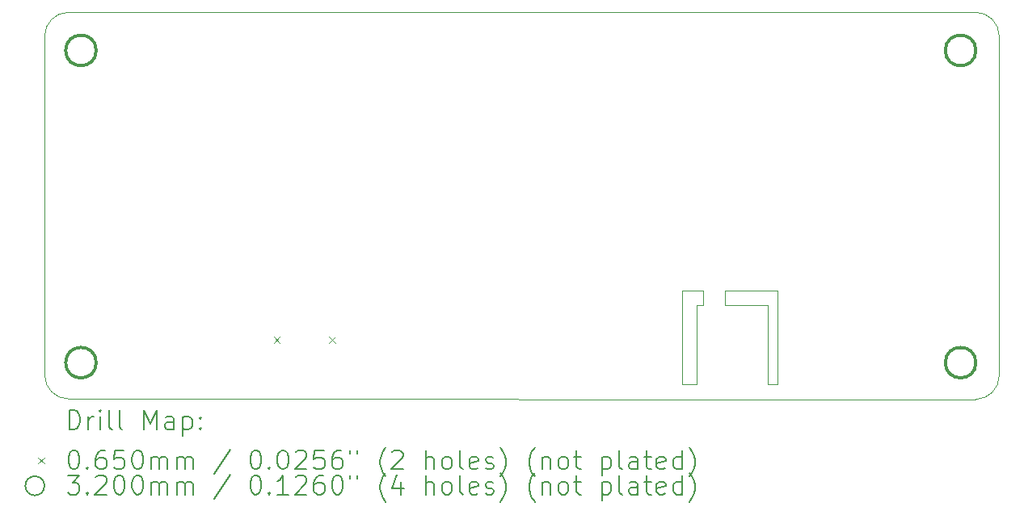
<source format=gbr>
%TF.GenerationSoftware,KiCad,Pcbnew,8.0.5*%
%TF.CreationDate,2024-11-13T12:29:47-06:00*%
%TF.ProjectId,APG_Sensor_Test_Board,4150475f-5365-46e7-936f-725f54657374,rev?*%
%TF.SameCoordinates,Original*%
%TF.FileFunction,Drillmap*%
%TF.FilePolarity,Positive*%
%FSLAX45Y45*%
G04 Gerber Fmt 4.5, Leading zero omitted, Abs format (unit mm)*
G04 Created by KiCad (PCBNEW 8.0.5) date 2024-11-13 12:29:47*
%MOMM*%
%LPD*%
G01*
G04 APERTURE LIST*
%ADD10C,0.050000*%
%ADD11C,0.200000*%
%ADD12C,0.100000*%
%ADD13C,0.320000*%
G04 APERTURE END LIST*
D10*
X9700000Y-5250000D02*
G75*
G02*
X9950000Y-5000000I250000J0D01*
G01*
X19700000Y-8810000D02*
X19700000Y-5250000D01*
X9950000Y-9055000D02*
G75*
G02*
X9700000Y-8805000I0J250000D01*
G01*
X19450000Y-5000000D02*
X9950000Y-5000000D01*
X9950000Y-9055000D02*
X19450000Y-9060000D01*
X19700000Y-8810000D02*
G75*
G02*
X19450000Y-9060000I-250000J0D01*
G01*
X16600000Y-8075000D02*
X16530000Y-8075000D01*
X16530000Y-8900000D01*
X16375000Y-8900000D01*
X16375000Y-7915000D01*
X16600000Y-7915000D01*
X16600000Y-8075000D01*
X19450000Y-5000000D02*
G75*
G02*
X19700000Y-5250000I0J-250000D01*
G01*
X9700000Y-8805000D02*
X9700000Y-5250000D01*
X17375000Y-8900000D02*
X17275000Y-8900000D01*
X17275000Y-8075000D01*
X16825000Y-8075000D01*
X16825000Y-7915000D01*
X17375000Y-7915000D01*
X17375000Y-8900000D01*
D11*
D12*
X12098500Y-8402000D02*
X12163500Y-8467000D01*
X12163500Y-8402000D02*
X12098500Y-8467000D01*
X12676500Y-8402000D02*
X12741500Y-8467000D01*
X12741500Y-8402000D02*
X12676500Y-8467000D01*
D13*
X10240000Y-5400000D02*
G75*
G02*
X9920000Y-5400000I-160000J0D01*
G01*
X9920000Y-5400000D02*
G75*
G02*
X10240000Y-5400000I160000J0D01*
G01*
X10240000Y-8675000D02*
G75*
G02*
X9920000Y-8675000I-160000J0D01*
G01*
X9920000Y-8675000D02*
G75*
G02*
X10240000Y-8675000I160000J0D01*
G01*
X19455000Y-5400000D02*
G75*
G02*
X19135000Y-5400000I-160000J0D01*
G01*
X19135000Y-5400000D02*
G75*
G02*
X19455000Y-5400000I160000J0D01*
G01*
X19455000Y-8675000D02*
G75*
G02*
X19135000Y-8675000I-160000J0D01*
G01*
X19135000Y-8675000D02*
G75*
G02*
X19455000Y-8675000I160000J0D01*
G01*
D11*
X9958277Y-9373984D02*
X9958277Y-9173984D01*
X9958277Y-9173984D02*
X10005896Y-9173984D01*
X10005896Y-9173984D02*
X10034467Y-9183508D01*
X10034467Y-9183508D02*
X10053515Y-9202555D01*
X10053515Y-9202555D02*
X10063039Y-9221603D01*
X10063039Y-9221603D02*
X10072563Y-9259698D01*
X10072563Y-9259698D02*
X10072563Y-9288270D01*
X10072563Y-9288270D02*
X10063039Y-9326365D01*
X10063039Y-9326365D02*
X10053515Y-9345412D01*
X10053515Y-9345412D02*
X10034467Y-9364460D01*
X10034467Y-9364460D02*
X10005896Y-9373984D01*
X10005896Y-9373984D02*
X9958277Y-9373984D01*
X10158277Y-9373984D02*
X10158277Y-9240650D01*
X10158277Y-9278746D02*
X10167801Y-9259698D01*
X10167801Y-9259698D02*
X10177324Y-9250174D01*
X10177324Y-9250174D02*
X10196372Y-9240650D01*
X10196372Y-9240650D02*
X10215420Y-9240650D01*
X10282086Y-9373984D02*
X10282086Y-9240650D01*
X10282086Y-9173984D02*
X10272563Y-9183508D01*
X10272563Y-9183508D02*
X10282086Y-9193031D01*
X10282086Y-9193031D02*
X10291610Y-9183508D01*
X10291610Y-9183508D02*
X10282086Y-9173984D01*
X10282086Y-9173984D02*
X10282086Y-9193031D01*
X10405896Y-9373984D02*
X10386848Y-9364460D01*
X10386848Y-9364460D02*
X10377324Y-9345412D01*
X10377324Y-9345412D02*
X10377324Y-9173984D01*
X10510658Y-9373984D02*
X10491610Y-9364460D01*
X10491610Y-9364460D02*
X10482086Y-9345412D01*
X10482086Y-9345412D02*
X10482086Y-9173984D01*
X10739229Y-9373984D02*
X10739229Y-9173984D01*
X10739229Y-9173984D02*
X10805896Y-9316841D01*
X10805896Y-9316841D02*
X10872563Y-9173984D01*
X10872563Y-9173984D02*
X10872563Y-9373984D01*
X11053515Y-9373984D02*
X11053515Y-9269222D01*
X11053515Y-9269222D02*
X11043991Y-9250174D01*
X11043991Y-9250174D02*
X11024944Y-9240650D01*
X11024944Y-9240650D02*
X10986848Y-9240650D01*
X10986848Y-9240650D02*
X10967801Y-9250174D01*
X11053515Y-9364460D02*
X11034467Y-9373984D01*
X11034467Y-9373984D02*
X10986848Y-9373984D01*
X10986848Y-9373984D02*
X10967801Y-9364460D01*
X10967801Y-9364460D02*
X10958277Y-9345412D01*
X10958277Y-9345412D02*
X10958277Y-9326365D01*
X10958277Y-9326365D02*
X10967801Y-9307317D01*
X10967801Y-9307317D02*
X10986848Y-9297793D01*
X10986848Y-9297793D02*
X11034467Y-9297793D01*
X11034467Y-9297793D02*
X11053515Y-9288270D01*
X11148753Y-9240650D02*
X11148753Y-9440650D01*
X11148753Y-9250174D02*
X11167801Y-9240650D01*
X11167801Y-9240650D02*
X11205896Y-9240650D01*
X11205896Y-9240650D02*
X11224943Y-9250174D01*
X11224943Y-9250174D02*
X11234467Y-9259698D01*
X11234467Y-9259698D02*
X11243991Y-9278746D01*
X11243991Y-9278746D02*
X11243991Y-9335889D01*
X11243991Y-9335889D02*
X11234467Y-9354936D01*
X11234467Y-9354936D02*
X11224943Y-9364460D01*
X11224943Y-9364460D02*
X11205896Y-9373984D01*
X11205896Y-9373984D02*
X11167801Y-9373984D01*
X11167801Y-9373984D02*
X11148753Y-9364460D01*
X11329705Y-9354936D02*
X11339229Y-9364460D01*
X11339229Y-9364460D02*
X11329705Y-9373984D01*
X11329705Y-9373984D02*
X11320182Y-9364460D01*
X11320182Y-9364460D02*
X11329705Y-9354936D01*
X11329705Y-9354936D02*
X11329705Y-9373984D01*
X11329705Y-9250174D02*
X11339229Y-9259698D01*
X11339229Y-9259698D02*
X11329705Y-9269222D01*
X11329705Y-9269222D02*
X11320182Y-9259698D01*
X11320182Y-9259698D02*
X11329705Y-9250174D01*
X11329705Y-9250174D02*
X11329705Y-9269222D01*
D12*
X9632500Y-9670000D02*
X9697500Y-9735000D01*
X9697500Y-9670000D02*
X9632500Y-9735000D01*
D11*
X9996372Y-9593984D02*
X10015420Y-9593984D01*
X10015420Y-9593984D02*
X10034467Y-9603508D01*
X10034467Y-9603508D02*
X10043991Y-9613031D01*
X10043991Y-9613031D02*
X10053515Y-9632079D01*
X10053515Y-9632079D02*
X10063039Y-9670174D01*
X10063039Y-9670174D02*
X10063039Y-9717793D01*
X10063039Y-9717793D02*
X10053515Y-9755889D01*
X10053515Y-9755889D02*
X10043991Y-9774936D01*
X10043991Y-9774936D02*
X10034467Y-9784460D01*
X10034467Y-9784460D02*
X10015420Y-9793984D01*
X10015420Y-9793984D02*
X9996372Y-9793984D01*
X9996372Y-9793984D02*
X9977324Y-9784460D01*
X9977324Y-9784460D02*
X9967801Y-9774936D01*
X9967801Y-9774936D02*
X9958277Y-9755889D01*
X9958277Y-9755889D02*
X9948753Y-9717793D01*
X9948753Y-9717793D02*
X9948753Y-9670174D01*
X9948753Y-9670174D02*
X9958277Y-9632079D01*
X9958277Y-9632079D02*
X9967801Y-9613031D01*
X9967801Y-9613031D02*
X9977324Y-9603508D01*
X9977324Y-9603508D02*
X9996372Y-9593984D01*
X10148753Y-9774936D02*
X10158277Y-9784460D01*
X10158277Y-9784460D02*
X10148753Y-9793984D01*
X10148753Y-9793984D02*
X10139229Y-9784460D01*
X10139229Y-9784460D02*
X10148753Y-9774936D01*
X10148753Y-9774936D02*
X10148753Y-9793984D01*
X10329705Y-9593984D02*
X10291610Y-9593984D01*
X10291610Y-9593984D02*
X10272563Y-9603508D01*
X10272563Y-9603508D02*
X10263039Y-9613031D01*
X10263039Y-9613031D02*
X10243991Y-9641603D01*
X10243991Y-9641603D02*
X10234467Y-9679698D01*
X10234467Y-9679698D02*
X10234467Y-9755889D01*
X10234467Y-9755889D02*
X10243991Y-9774936D01*
X10243991Y-9774936D02*
X10253515Y-9784460D01*
X10253515Y-9784460D02*
X10272563Y-9793984D01*
X10272563Y-9793984D02*
X10310658Y-9793984D01*
X10310658Y-9793984D02*
X10329705Y-9784460D01*
X10329705Y-9784460D02*
X10339229Y-9774936D01*
X10339229Y-9774936D02*
X10348753Y-9755889D01*
X10348753Y-9755889D02*
X10348753Y-9708270D01*
X10348753Y-9708270D02*
X10339229Y-9689222D01*
X10339229Y-9689222D02*
X10329705Y-9679698D01*
X10329705Y-9679698D02*
X10310658Y-9670174D01*
X10310658Y-9670174D02*
X10272563Y-9670174D01*
X10272563Y-9670174D02*
X10253515Y-9679698D01*
X10253515Y-9679698D02*
X10243991Y-9689222D01*
X10243991Y-9689222D02*
X10234467Y-9708270D01*
X10529705Y-9593984D02*
X10434467Y-9593984D01*
X10434467Y-9593984D02*
X10424944Y-9689222D01*
X10424944Y-9689222D02*
X10434467Y-9679698D01*
X10434467Y-9679698D02*
X10453515Y-9670174D01*
X10453515Y-9670174D02*
X10501134Y-9670174D01*
X10501134Y-9670174D02*
X10520182Y-9679698D01*
X10520182Y-9679698D02*
X10529705Y-9689222D01*
X10529705Y-9689222D02*
X10539229Y-9708270D01*
X10539229Y-9708270D02*
X10539229Y-9755889D01*
X10539229Y-9755889D02*
X10529705Y-9774936D01*
X10529705Y-9774936D02*
X10520182Y-9784460D01*
X10520182Y-9784460D02*
X10501134Y-9793984D01*
X10501134Y-9793984D02*
X10453515Y-9793984D01*
X10453515Y-9793984D02*
X10434467Y-9784460D01*
X10434467Y-9784460D02*
X10424944Y-9774936D01*
X10663039Y-9593984D02*
X10682086Y-9593984D01*
X10682086Y-9593984D02*
X10701134Y-9603508D01*
X10701134Y-9603508D02*
X10710658Y-9613031D01*
X10710658Y-9613031D02*
X10720182Y-9632079D01*
X10720182Y-9632079D02*
X10729705Y-9670174D01*
X10729705Y-9670174D02*
X10729705Y-9717793D01*
X10729705Y-9717793D02*
X10720182Y-9755889D01*
X10720182Y-9755889D02*
X10710658Y-9774936D01*
X10710658Y-9774936D02*
X10701134Y-9784460D01*
X10701134Y-9784460D02*
X10682086Y-9793984D01*
X10682086Y-9793984D02*
X10663039Y-9793984D01*
X10663039Y-9793984D02*
X10643991Y-9784460D01*
X10643991Y-9784460D02*
X10634467Y-9774936D01*
X10634467Y-9774936D02*
X10624944Y-9755889D01*
X10624944Y-9755889D02*
X10615420Y-9717793D01*
X10615420Y-9717793D02*
X10615420Y-9670174D01*
X10615420Y-9670174D02*
X10624944Y-9632079D01*
X10624944Y-9632079D02*
X10634467Y-9613031D01*
X10634467Y-9613031D02*
X10643991Y-9603508D01*
X10643991Y-9603508D02*
X10663039Y-9593984D01*
X10815420Y-9793984D02*
X10815420Y-9660650D01*
X10815420Y-9679698D02*
X10824944Y-9670174D01*
X10824944Y-9670174D02*
X10843991Y-9660650D01*
X10843991Y-9660650D02*
X10872563Y-9660650D01*
X10872563Y-9660650D02*
X10891610Y-9670174D01*
X10891610Y-9670174D02*
X10901134Y-9689222D01*
X10901134Y-9689222D02*
X10901134Y-9793984D01*
X10901134Y-9689222D02*
X10910658Y-9670174D01*
X10910658Y-9670174D02*
X10929705Y-9660650D01*
X10929705Y-9660650D02*
X10958277Y-9660650D01*
X10958277Y-9660650D02*
X10977325Y-9670174D01*
X10977325Y-9670174D02*
X10986848Y-9689222D01*
X10986848Y-9689222D02*
X10986848Y-9793984D01*
X11082086Y-9793984D02*
X11082086Y-9660650D01*
X11082086Y-9679698D02*
X11091610Y-9670174D01*
X11091610Y-9670174D02*
X11110658Y-9660650D01*
X11110658Y-9660650D02*
X11139229Y-9660650D01*
X11139229Y-9660650D02*
X11158277Y-9670174D01*
X11158277Y-9670174D02*
X11167801Y-9689222D01*
X11167801Y-9689222D02*
X11167801Y-9793984D01*
X11167801Y-9689222D02*
X11177325Y-9670174D01*
X11177325Y-9670174D02*
X11196372Y-9660650D01*
X11196372Y-9660650D02*
X11224943Y-9660650D01*
X11224943Y-9660650D02*
X11243991Y-9670174D01*
X11243991Y-9670174D02*
X11253515Y-9689222D01*
X11253515Y-9689222D02*
X11253515Y-9793984D01*
X11643991Y-9584460D02*
X11472563Y-9841603D01*
X11901134Y-9593984D02*
X11920182Y-9593984D01*
X11920182Y-9593984D02*
X11939229Y-9603508D01*
X11939229Y-9603508D02*
X11948753Y-9613031D01*
X11948753Y-9613031D02*
X11958277Y-9632079D01*
X11958277Y-9632079D02*
X11967801Y-9670174D01*
X11967801Y-9670174D02*
X11967801Y-9717793D01*
X11967801Y-9717793D02*
X11958277Y-9755889D01*
X11958277Y-9755889D02*
X11948753Y-9774936D01*
X11948753Y-9774936D02*
X11939229Y-9784460D01*
X11939229Y-9784460D02*
X11920182Y-9793984D01*
X11920182Y-9793984D02*
X11901134Y-9793984D01*
X11901134Y-9793984D02*
X11882086Y-9784460D01*
X11882086Y-9784460D02*
X11872563Y-9774936D01*
X11872563Y-9774936D02*
X11863039Y-9755889D01*
X11863039Y-9755889D02*
X11853515Y-9717793D01*
X11853515Y-9717793D02*
X11853515Y-9670174D01*
X11853515Y-9670174D02*
X11863039Y-9632079D01*
X11863039Y-9632079D02*
X11872563Y-9613031D01*
X11872563Y-9613031D02*
X11882086Y-9603508D01*
X11882086Y-9603508D02*
X11901134Y-9593984D01*
X12053515Y-9774936D02*
X12063039Y-9784460D01*
X12063039Y-9784460D02*
X12053515Y-9793984D01*
X12053515Y-9793984D02*
X12043991Y-9784460D01*
X12043991Y-9784460D02*
X12053515Y-9774936D01*
X12053515Y-9774936D02*
X12053515Y-9793984D01*
X12186848Y-9593984D02*
X12205896Y-9593984D01*
X12205896Y-9593984D02*
X12224944Y-9603508D01*
X12224944Y-9603508D02*
X12234467Y-9613031D01*
X12234467Y-9613031D02*
X12243991Y-9632079D01*
X12243991Y-9632079D02*
X12253515Y-9670174D01*
X12253515Y-9670174D02*
X12253515Y-9717793D01*
X12253515Y-9717793D02*
X12243991Y-9755889D01*
X12243991Y-9755889D02*
X12234467Y-9774936D01*
X12234467Y-9774936D02*
X12224944Y-9784460D01*
X12224944Y-9784460D02*
X12205896Y-9793984D01*
X12205896Y-9793984D02*
X12186848Y-9793984D01*
X12186848Y-9793984D02*
X12167801Y-9784460D01*
X12167801Y-9784460D02*
X12158277Y-9774936D01*
X12158277Y-9774936D02*
X12148753Y-9755889D01*
X12148753Y-9755889D02*
X12139229Y-9717793D01*
X12139229Y-9717793D02*
X12139229Y-9670174D01*
X12139229Y-9670174D02*
X12148753Y-9632079D01*
X12148753Y-9632079D02*
X12158277Y-9613031D01*
X12158277Y-9613031D02*
X12167801Y-9603508D01*
X12167801Y-9603508D02*
X12186848Y-9593984D01*
X12329706Y-9613031D02*
X12339229Y-9603508D01*
X12339229Y-9603508D02*
X12358277Y-9593984D01*
X12358277Y-9593984D02*
X12405896Y-9593984D01*
X12405896Y-9593984D02*
X12424944Y-9603508D01*
X12424944Y-9603508D02*
X12434467Y-9613031D01*
X12434467Y-9613031D02*
X12443991Y-9632079D01*
X12443991Y-9632079D02*
X12443991Y-9651127D01*
X12443991Y-9651127D02*
X12434467Y-9679698D01*
X12434467Y-9679698D02*
X12320182Y-9793984D01*
X12320182Y-9793984D02*
X12443991Y-9793984D01*
X12624944Y-9593984D02*
X12529706Y-9593984D01*
X12529706Y-9593984D02*
X12520182Y-9689222D01*
X12520182Y-9689222D02*
X12529706Y-9679698D01*
X12529706Y-9679698D02*
X12548753Y-9670174D01*
X12548753Y-9670174D02*
X12596372Y-9670174D01*
X12596372Y-9670174D02*
X12615420Y-9679698D01*
X12615420Y-9679698D02*
X12624944Y-9689222D01*
X12624944Y-9689222D02*
X12634467Y-9708270D01*
X12634467Y-9708270D02*
X12634467Y-9755889D01*
X12634467Y-9755889D02*
X12624944Y-9774936D01*
X12624944Y-9774936D02*
X12615420Y-9784460D01*
X12615420Y-9784460D02*
X12596372Y-9793984D01*
X12596372Y-9793984D02*
X12548753Y-9793984D01*
X12548753Y-9793984D02*
X12529706Y-9784460D01*
X12529706Y-9784460D02*
X12520182Y-9774936D01*
X12805896Y-9593984D02*
X12767801Y-9593984D01*
X12767801Y-9593984D02*
X12748753Y-9603508D01*
X12748753Y-9603508D02*
X12739229Y-9613031D01*
X12739229Y-9613031D02*
X12720182Y-9641603D01*
X12720182Y-9641603D02*
X12710658Y-9679698D01*
X12710658Y-9679698D02*
X12710658Y-9755889D01*
X12710658Y-9755889D02*
X12720182Y-9774936D01*
X12720182Y-9774936D02*
X12729706Y-9784460D01*
X12729706Y-9784460D02*
X12748753Y-9793984D01*
X12748753Y-9793984D02*
X12786848Y-9793984D01*
X12786848Y-9793984D02*
X12805896Y-9784460D01*
X12805896Y-9784460D02*
X12815420Y-9774936D01*
X12815420Y-9774936D02*
X12824944Y-9755889D01*
X12824944Y-9755889D02*
X12824944Y-9708270D01*
X12824944Y-9708270D02*
X12815420Y-9689222D01*
X12815420Y-9689222D02*
X12805896Y-9679698D01*
X12805896Y-9679698D02*
X12786848Y-9670174D01*
X12786848Y-9670174D02*
X12748753Y-9670174D01*
X12748753Y-9670174D02*
X12729706Y-9679698D01*
X12729706Y-9679698D02*
X12720182Y-9689222D01*
X12720182Y-9689222D02*
X12710658Y-9708270D01*
X12901134Y-9593984D02*
X12901134Y-9632079D01*
X12977325Y-9593984D02*
X12977325Y-9632079D01*
X13272563Y-9870174D02*
X13263039Y-9860650D01*
X13263039Y-9860650D02*
X13243991Y-9832079D01*
X13243991Y-9832079D02*
X13234468Y-9813031D01*
X13234468Y-9813031D02*
X13224944Y-9784460D01*
X13224944Y-9784460D02*
X13215420Y-9736841D01*
X13215420Y-9736841D02*
X13215420Y-9698746D01*
X13215420Y-9698746D02*
X13224944Y-9651127D01*
X13224944Y-9651127D02*
X13234468Y-9622555D01*
X13234468Y-9622555D02*
X13243991Y-9603508D01*
X13243991Y-9603508D02*
X13263039Y-9574936D01*
X13263039Y-9574936D02*
X13272563Y-9565412D01*
X13339229Y-9613031D02*
X13348753Y-9603508D01*
X13348753Y-9603508D02*
X13367801Y-9593984D01*
X13367801Y-9593984D02*
X13415420Y-9593984D01*
X13415420Y-9593984D02*
X13434468Y-9603508D01*
X13434468Y-9603508D02*
X13443991Y-9613031D01*
X13443991Y-9613031D02*
X13453515Y-9632079D01*
X13453515Y-9632079D02*
X13453515Y-9651127D01*
X13453515Y-9651127D02*
X13443991Y-9679698D01*
X13443991Y-9679698D02*
X13329706Y-9793984D01*
X13329706Y-9793984D02*
X13453515Y-9793984D01*
X13691610Y-9793984D02*
X13691610Y-9593984D01*
X13777325Y-9793984D02*
X13777325Y-9689222D01*
X13777325Y-9689222D02*
X13767801Y-9670174D01*
X13767801Y-9670174D02*
X13748753Y-9660650D01*
X13748753Y-9660650D02*
X13720182Y-9660650D01*
X13720182Y-9660650D02*
X13701134Y-9670174D01*
X13701134Y-9670174D02*
X13691610Y-9679698D01*
X13901134Y-9793984D02*
X13882087Y-9784460D01*
X13882087Y-9784460D02*
X13872563Y-9774936D01*
X13872563Y-9774936D02*
X13863039Y-9755889D01*
X13863039Y-9755889D02*
X13863039Y-9698746D01*
X13863039Y-9698746D02*
X13872563Y-9679698D01*
X13872563Y-9679698D02*
X13882087Y-9670174D01*
X13882087Y-9670174D02*
X13901134Y-9660650D01*
X13901134Y-9660650D02*
X13929706Y-9660650D01*
X13929706Y-9660650D02*
X13948753Y-9670174D01*
X13948753Y-9670174D02*
X13958277Y-9679698D01*
X13958277Y-9679698D02*
X13967801Y-9698746D01*
X13967801Y-9698746D02*
X13967801Y-9755889D01*
X13967801Y-9755889D02*
X13958277Y-9774936D01*
X13958277Y-9774936D02*
X13948753Y-9784460D01*
X13948753Y-9784460D02*
X13929706Y-9793984D01*
X13929706Y-9793984D02*
X13901134Y-9793984D01*
X14082087Y-9793984D02*
X14063039Y-9784460D01*
X14063039Y-9784460D02*
X14053515Y-9765412D01*
X14053515Y-9765412D02*
X14053515Y-9593984D01*
X14234468Y-9784460D02*
X14215420Y-9793984D01*
X14215420Y-9793984D02*
X14177325Y-9793984D01*
X14177325Y-9793984D02*
X14158277Y-9784460D01*
X14158277Y-9784460D02*
X14148753Y-9765412D01*
X14148753Y-9765412D02*
X14148753Y-9689222D01*
X14148753Y-9689222D02*
X14158277Y-9670174D01*
X14158277Y-9670174D02*
X14177325Y-9660650D01*
X14177325Y-9660650D02*
X14215420Y-9660650D01*
X14215420Y-9660650D02*
X14234468Y-9670174D01*
X14234468Y-9670174D02*
X14243991Y-9689222D01*
X14243991Y-9689222D02*
X14243991Y-9708270D01*
X14243991Y-9708270D02*
X14148753Y-9727317D01*
X14320182Y-9784460D02*
X14339230Y-9793984D01*
X14339230Y-9793984D02*
X14377325Y-9793984D01*
X14377325Y-9793984D02*
X14396372Y-9784460D01*
X14396372Y-9784460D02*
X14405896Y-9765412D01*
X14405896Y-9765412D02*
X14405896Y-9755889D01*
X14405896Y-9755889D02*
X14396372Y-9736841D01*
X14396372Y-9736841D02*
X14377325Y-9727317D01*
X14377325Y-9727317D02*
X14348753Y-9727317D01*
X14348753Y-9727317D02*
X14329706Y-9717793D01*
X14329706Y-9717793D02*
X14320182Y-9698746D01*
X14320182Y-9698746D02*
X14320182Y-9689222D01*
X14320182Y-9689222D02*
X14329706Y-9670174D01*
X14329706Y-9670174D02*
X14348753Y-9660650D01*
X14348753Y-9660650D02*
X14377325Y-9660650D01*
X14377325Y-9660650D02*
X14396372Y-9670174D01*
X14472563Y-9870174D02*
X14482087Y-9860650D01*
X14482087Y-9860650D02*
X14501134Y-9832079D01*
X14501134Y-9832079D02*
X14510658Y-9813031D01*
X14510658Y-9813031D02*
X14520182Y-9784460D01*
X14520182Y-9784460D02*
X14529706Y-9736841D01*
X14529706Y-9736841D02*
X14529706Y-9698746D01*
X14529706Y-9698746D02*
X14520182Y-9651127D01*
X14520182Y-9651127D02*
X14510658Y-9622555D01*
X14510658Y-9622555D02*
X14501134Y-9603508D01*
X14501134Y-9603508D02*
X14482087Y-9574936D01*
X14482087Y-9574936D02*
X14472563Y-9565412D01*
X14834468Y-9870174D02*
X14824944Y-9860650D01*
X14824944Y-9860650D02*
X14805896Y-9832079D01*
X14805896Y-9832079D02*
X14796372Y-9813031D01*
X14796372Y-9813031D02*
X14786849Y-9784460D01*
X14786849Y-9784460D02*
X14777325Y-9736841D01*
X14777325Y-9736841D02*
X14777325Y-9698746D01*
X14777325Y-9698746D02*
X14786849Y-9651127D01*
X14786849Y-9651127D02*
X14796372Y-9622555D01*
X14796372Y-9622555D02*
X14805896Y-9603508D01*
X14805896Y-9603508D02*
X14824944Y-9574936D01*
X14824944Y-9574936D02*
X14834468Y-9565412D01*
X14910658Y-9660650D02*
X14910658Y-9793984D01*
X14910658Y-9679698D02*
X14920182Y-9670174D01*
X14920182Y-9670174D02*
X14939230Y-9660650D01*
X14939230Y-9660650D02*
X14967801Y-9660650D01*
X14967801Y-9660650D02*
X14986849Y-9670174D01*
X14986849Y-9670174D02*
X14996372Y-9689222D01*
X14996372Y-9689222D02*
X14996372Y-9793984D01*
X15120182Y-9793984D02*
X15101134Y-9784460D01*
X15101134Y-9784460D02*
X15091611Y-9774936D01*
X15091611Y-9774936D02*
X15082087Y-9755889D01*
X15082087Y-9755889D02*
X15082087Y-9698746D01*
X15082087Y-9698746D02*
X15091611Y-9679698D01*
X15091611Y-9679698D02*
X15101134Y-9670174D01*
X15101134Y-9670174D02*
X15120182Y-9660650D01*
X15120182Y-9660650D02*
X15148753Y-9660650D01*
X15148753Y-9660650D02*
X15167801Y-9670174D01*
X15167801Y-9670174D02*
X15177325Y-9679698D01*
X15177325Y-9679698D02*
X15186849Y-9698746D01*
X15186849Y-9698746D02*
X15186849Y-9755889D01*
X15186849Y-9755889D02*
X15177325Y-9774936D01*
X15177325Y-9774936D02*
X15167801Y-9784460D01*
X15167801Y-9784460D02*
X15148753Y-9793984D01*
X15148753Y-9793984D02*
X15120182Y-9793984D01*
X15243992Y-9660650D02*
X15320182Y-9660650D01*
X15272563Y-9593984D02*
X15272563Y-9765412D01*
X15272563Y-9765412D02*
X15282087Y-9784460D01*
X15282087Y-9784460D02*
X15301134Y-9793984D01*
X15301134Y-9793984D02*
X15320182Y-9793984D01*
X15539230Y-9660650D02*
X15539230Y-9860650D01*
X15539230Y-9670174D02*
X15558277Y-9660650D01*
X15558277Y-9660650D02*
X15596373Y-9660650D01*
X15596373Y-9660650D02*
X15615420Y-9670174D01*
X15615420Y-9670174D02*
X15624944Y-9679698D01*
X15624944Y-9679698D02*
X15634468Y-9698746D01*
X15634468Y-9698746D02*
X15634468Y-9755889D01*
X15634468Y-9755889D02*
X15624944Y-9774936D01*
X15624944Y-9774936D02*
X15615420Y-9784460D01*
X15615420Y-9784460D02*
X15596373Y-9793984D01*
X15596373Y-9793984D02*
X15558277Y-9793984D01*
X15558277Y-9793984D02*
X15539230Y-9784460D01*
X15748753Y-9793984D02*
X15729706Y-9784460D01*
X15729706Y-9784460D02*
X15720182Y-9765412D01*
X15720182Y-9765412D02*
X15720182Y-9593984D01*
X15910658Y-9793984D02*
X15910658Y-9689222D01*
X15910658Y-9689222D02*
X15901134Y-9670174D01*
X15901134Y-9670174D02*
X15882087Y-9660650D01*
X15882087Y-9660650D02*
X15843992Y-9660650D01*
X15843992Y-9660650D02*
X15824944Y-9670174D01*
X15910658Y-9784460D02*
X15891611Y-9793984D01*
X15891611Y-9793984D02*
X15843992Y-9793984D01*
X15843992Y-9793984D02*
X15824944Y-9784460D01*
X15824944Y-9784460D02*
X15815420Y-9765412D01*
X15815420Y-9765412D02*
X15815420Y-9746365D01*
X15815420Y-9746365D02*
X15824944Y-9727317D01*
X15824944Y-9727317D02*
X15843992Y-9717793D01*
X15843992Y-9717793D02*
X15891611Y-9717793D01*
X15891611Y-9717793D02*
X15910658Y-9708270D01*
X15977325Y-9660650D02*
X16053515Y-9660650D01*
X16005896Y-9593984D02*
X16005896Y-9765412D01*
X16005896Y-9765412D02*
X16015420Y-9784460D01*
X16015420Y-9784460D02*
X16034468Y-9793984D01*
X16034468Y-9793984D02*
X16053515Y-9793984D01*
X16196373Y-9784460D02*
X16177325Y-9793984D01*
X16177325Y-9793984D02*
X16139230Y-9793984D01*
X16139230Y-9793984D02*
X16120182Y-9784460D01*
X16120182Y-9784460D02*
X16110658Y-9765412D01*
X16110658Y-9765412D02*
X16110658Y-9689222D01*
X16110658Y-9689222D02*
X16120182Y-9670174D01*
X16120182Y-9670174D02*
X16139230Y-9660650D01*
X16139230Y-9660650D02*
X16177325Y-9660650D01*
X16177325Y-9660650D02*
X16196373Y-9670174D01*
X16196373Y-9670174D02*
X16205896Y-9689222D01*
X16205896Y-9689222D02*
X16205896Y-9708270D01*
X16205896Y-9708270D02*
X16110658Y-9727317D01*
X16377325Y-9793984D02*
X16377325Y-9593984D01*
X16377325Y-9784460D02*
X16358277Y-9793984D01*
X16358277Y-9793984D02*
X16320182Y-9793984D01*
X16320182Y-9793984D02*
X16301134Y-9784460D01*
X16301134Y-9784460D02*
X16291611Y-9774936D01*
X16291611Y-9774936D02*
X16282087Y-9755889D01*
X16282087Y-9755889D02*
X16282087Y-9698746D01*
X16282087Y-9698746D02*
X16291611Y-9679698D01*
X16291611Y-9679698D02*
X16301134Y-9670174D01*
X16301134Y-9670174D02*
X16320182Y-9660650D01*
X16320182Y-9660650D02*
X16358277Y-9660650D01*
X16358277Y-9660650D02*
X16377325Y-9670174D01*
X16453515Y-9870174D02*
X16463039Y-9860650D01*
X16463039Y-9860650D02*
X16482087Y-9832079D01*
X16482087Y-9832079D02*
X16491611Y-9813031D01*
X16491611Y-9813031D02*
X16501134Y-9784460D01*
X16501134Y-9784460D02*
X16510658Y-9736841D01*
X16510658Y-9736841D02*
X16510658Y-9698746D01*
X16510658Y-9698746D02*
X16501134Y-9651127D01*
X16501134Y-9651127D02*
X16491611Y-9622555D01*
X16491611Y-9622555D02*
X16482087Y-9603508D01*
X16482087Y-9603508D02*
X16463039Y-9574936D01*
X16463039Y-9574936D02*
X16453515Y-9565412D01*
X9697500Y-9966500D02*
G75*
G02*
X9497500Y-9966500I-100000J0D01*
G01*
X9497500Y-9966500D02*
G75*
G02*
X9697500Y-9966500I100000J0D01*
G01*
X9939229Y-9857984D02*
X10063039Y-9857984D01*
X10063039Y-9857984D02*
X9996372Y-9934174D01*
X9996372Y-9934174D02*
X10024944Y-9934174D01*
X10024944Y-9934174D02*
X10043991Y-9943698D01*
X10043991Y-9943698D02*
X10053515Y-9953222D01*
X10053515Y-9953222D02*
X10063039Y-9972270D01*
X10063039Y-9972270D02*
X10063039Y-10019889D01*
X10063039Y-10019889D02*
X10053515Y-10038936D01*
X10053515Y-10038936D02*
X10043991Y-10048460D01*
X10043991Y-10048460D02*
X10024944Y-10057984D01*
X10024944Y-10057984D02*
X9967801Y-10057984D01*
X9967801Y-10057984D02*
X9948753Y-10048460D01*
X9948753Y-10048460D02*
X9939229Y-10038936D01*
X10148753Y-10038936D02*
X10158277Y-10048460D01*
X10158277Y-10048460D02*
X10148753Y-10057984D01*
X10148753Y-10057984D02*
X10139229Y-10048460D01*
X10139229Y-10048460D02*
X10148753Y-10038936D01*
X10148753Y-10038936D02*
X10148753Y-10057984D01*
X10234467Y-9877031D02*
X10243991Y-9867508D01*
X10243991Y-9867508D02*
X10263039Y-9857984D01*
X10263039Y-9857984D02*
X10310658Y-9857984D01*
X10310658Y-9857984D02*
X10329705Y-9867508D01*
X10329705Y-9867508D02*
X10339229Y-9877031D01*
X10339229Y-9877031D02*
X10348753Y-9896079D01*
X10348753Y-9896079D02*
X10348753Y-9915127D01*
X10348753Y-9915127D02*
X10339229Y-9943698D01*
X10339229Y-9943698D02*
X10224944Y-10057984D01*
X10224944Y-10057984D02*
X10348753Y-10057984D01*
X10472563Y-9857984D02*
X10491610Y-9857984D01*
X10491610Y-9857984D02*
X10510658Y-9867508D01*
X10510658Y-9867508D02*
X10520182Y-9877031D01*
X10520182Y-9877031D02*
X10529705Y-9896079D01*
X10529705Y-9896079D02*
X10539229Y-9934174D01*
X10539229Y-9934174D02*
X10539229Y-9981793D01*
X10539229Y-9981793D02*
X10529705Y-10019889D01*
X10529705Y-10019889D02*
X10520182Y-10038936D01*
X10520182Y-10038936D02*
X10510658Y-10048460D01*
X10510658Y-10048460D02*
X10491610Y-10057984D01*
X10491610Y-10057984D02*
X10472563Y-10057984D01*
X10472563Y-10057984D02*
X10453515Y-10048460D01*
X10453515Y-10048460D02*
X10443991Y-10038936D01*
X10443991Y-10038936D02*
X10434467Y-10019889D01*
X10434467Y-10019889D02*
X10424944Y-9981793D01*
X10424944Y-9981793D02*
X10424944Y-9934174D01*
X10424944Y-9934174D02*
X10434467Y-9896079D01*
X10434467Y-9896079D02*
X10443991Y-9877031D01*
X10443991Y-9877031D02*
X10453515Y-9867508D01*
X10453515Y-9867508D02*
X10472563Y-9857984D01*
X10663039Y-9857984D02*
X10682086Y-9857984D01*
X10682086Y-9857984D02*
X10701134Y-9867508D01*
X10701134Y-9867508D02*
X10710658Y-9877031D01*
X10710658Y-9877031D02*
X10720182Y-9896079D01*
X10720182Y-9896079D02*
X10729705Y-9934174D01*
X10729705Y-9934174D02*
X10729705Y-9981793D01*
X10729705Y-9981793D02*
X10720182Y-10019889D01*
X10720182Y-10019889D02*
X10710658Y-10038936D01*
X10710658Y-10038936D02*
X10701134Y-10048460D01*
X10701134Y-10048460D02*
X10682086Y-10057984D01*
X10682086Y-10057984D02*
X10663039Y-10057984D01*
X10663039Y-10057984D02*
X10643991Y-10048460D01*
X10643991Y-10048460D02*
X10634467Y-10038936D01*
X10634467Y-10038936D02*
X10624944Y-10019889D01*
X10624944Y-10019889D02*
X10615420Y-9981793D01*
X10615420Y-9981793D02*
X10615420Y-9934174D01*
X10615420Y-9934174D02*
X10624944Y-9896079D01*
X10624944Y-9896079D02*
X10634467Y-9877031D01*
X10634467Y-9877031D02*
X10643991Y-9867508D01*
X10643991Y-9867508D02*
X10663039Y-9857984D01*
X10815420Y-10057984D02*
X10815420Y-9924650D01*
X10815420Y-9943698D02*
X10824944Y-9934174D01*
X10824944Y-9934174D02*
X10843991Y-9924650D01*
X10843991Y-9924650D02*
X10872563Y-9924650D01*
X10872563Y-9924650D02*
X10891610Y-9934174D01*
X10891610Y-9934174D02*
X10901134Y-9953222D01*
X10901134Y-9953222D02*
X10901134Y-10057984D01*
X10901134Y-9953222D02*
X10910658Y-9934174D01*
X10910658Y-9934174D02*
X10929705Y-9924650D01*
X10929705Y-9924650D02*
X10958277Y-9924650D01*
X10958277Y-9924650D02*
X10977325Y-9934174D01*
X10977325Y-9934174D02*
X10986848Y-9953222D01*
X10986848Y-9953222D02*
X10986848Y-10057984D01*
X11082086Y-10057984D02*
X11082086Y-9924650D01*
X11082086Y-9943698D02*
X11091610Y-9934174D01*
X11091610Y-9934174D02*
X11110658Y-9924650D01*
X11110658Y-9924650D02*
X11139229Y-9924650D01*
X11139229Y-9924650D02*
X11158277Y-9934174D01*
X11158277Y-9934174D02*
X11167801Y-9953222D01*
X11167801Y-9953222D02*
X11167801Y-10057984D01*
X11167801Y-9953222D02*
X11177325Y-9934174D01*
X11177325Y-9934174D02*
X11196372Y-9924650D01*
X11196372Y-9924650D02*
X11224943Y-9924650D01*
X11224943Y-9924650D02*
X11243991Y-9934174D01*
X11243991Y-9934174D02*
X11253515Y-9953222D01*
X11253515Y-9953222D02*
X11253515Y-10057984D01*
X11643991Y-9848460D02*
X11472563Y-10105603D01*
X11901134Y-9857984D02*
X11920182Y-9857984D01*
X11920182Y-9857984D02*
X11939229Y-9867508D01*
X11939229Y-9867508D02*
X11948753Y-9877031D01*
X11948753Y-9877031D02*
X11958277Y-9896079D01*
X11958277Y-9896079D02*
X11967801Y-9934174D01*
X11967801Y-9934174D02*
X11967801Y-9981793D01*
X11967801Y-9981793D02*
X11958277Y-10019889D01*
X11958277Y-10019889D02*
X11948753Y-10038936D01*
X11948753Y-10038936D02*
X11939229Y-10048460D01*
X11939229Y-10048460D02*
X11920182Y-10057984D01*
X11920182Y-10057984D02*
X11901134Y-10057984D01*
X11901134Y-10057984D02*
X11882086Y-10048460D01*
X11882086Y-10048460D02*
X11872563Y-10038936D01*
X11872563Y-10038936D02*
X11863039Y-10019889D01*
X11863039Y-10019889D02*
X11853515Y-9981793D01*
X11853515Y-9981793D02*
X11853515Y-9934174D01*
X11853515Y-9934174D02*
X11863039Y-9896079D01*
X11863039Y-9896079D02*
X11872563Y-9877031D01*
X11872563Y-9877031D02*
X11882086Y-9867508D01*
X11882086Y-9867508D02*
X11901134Y-9857984D01*
X12053515Y-10038936D02*
X12063039Y-10048460D01*
X12063039Y-10048460D02*
X12053515Y-10057984D01*
X12053515Y-10057984D02*
X12043991Y-10048460D01*
X12043991Y-10048460D02*
X12053515Y-10038936D01*
X12053515Y-10038936D02*
X12053515Y-10057984D01*
X12253515Y-10057984D02*
X12139229Y-10057984D01*
X12196372Y-10057984D02*
X12196372Y-9857984D01*
X12196372Y-9857984D02*
X12177325Y-9886555D01*
X12177325Y-9886555D02*
X12158277Y-9905603D01*
X12158277Y-9905603D02*
X12139229Y-9915127D01*
X12329706Y-9877031D02*
X12339229Y-9867508D01*
X12339229Y-9867508D02*
X12358277Y-9857984D01*
X12358277Y-9857984D02*
X12405896Y-9857984D01*
X12405896Y-9857984D02*
X12424944Y-9867508D01*
X12424944Y-9867508D02*
X12434467Y-9877031D01*
X12434467Y-9877031D02*
X12443991Y-9896079D01*
X12443991Y-9896079D02*
X12443991Y-9915127D01*
X12443991Y-9915127D02*
X12434467Y-9943698D01*
X12434467Y-9943698D02*
X12320182Y-10057984D01*
X12320182Y-10057984D02*
X12443991Y-10057984D01*
X12615420Y-9857984D02*
X12577325Y-9857984D01*
X12577325Y-9857984D02*
X12558277Y-9867508D01*
X12558277Y-9867508D02*
X12548753Y-9877031D01*
X12548753Y-9877031D02*
X12529706Y-9905603D01*
X12529706Y-9905603D02*
X12520182Y-9943698D01*
X12520182Y-9943698D02*
X12520182Y-10019889D01*
X12520182Y-10019889D02*
X12529706Y-10038936D01*
X12529706Y-10038936D02*
X12539229Y-10048460D01*
X12539229Y-10048460D02*
X12558277Y-10057984D01*
X12558277Y-10057984D02*
X12596372Y-10057984D01*
X12596372Y-10057984D02*
X12615420Y-10048460D01*
X12615420Y-10048460D02*
X12624944Y-10038936D01*
X12624944Y-10038936D02*
X12634467Y-10019889D01*
X12634467Y-10019889D02*
X12634467Y-9972270D01*
X12634467Y-9972270D02*
X12624944Y-9953222D01*
X12624944Y-9953222D02*
X12615420Y-9943698D01*
X12615420Y-9943698D02*
X12596372Y-9934174D01*
X12596372Y-9934174D02*
X12558277Y-9934174D01*
X12558277Y-9934174D02*
X12539229Y-9943698D01*
X12539229Y-9943698D02*
X12529706Y-9953222D01*
X12529706Y-9953222D02*
X12520182Y-9972270D01*
X12758277Y-9857984D02*
X12777325Y-9857984D01*
X12777325Y-9857984D02*
X12796372Y-9867508D01*
X12796372Y-9867508D02*
X12805896Y-9877031D01*
X12805896Y-9877031D02*
X12815420Y-9896079D01*
X12815420Y-9896079D02*
X12824944Y-9934174D01*
X12824944Y-9934174D02*
X12824944Y-9981793D01*
X12824944Y-9981793D02*
X12815420Y-10019889D01*
X12815420Y-10019889D02*
X12805896Y-10038936D01*
X12805896Y-10038936D02*
X12796372Y-10048460D01*
X12796372Y-10048460D02*
X12777325Y-10057984D01*
X12777325Y-10057984D02*
X12758277Y-10057984D01*
X12758277Y-10057984D02*
X12739229Y-10048460D01*
X12739229Y-10048460D02*
X12729706Y-10038936D01*
X12729706Y-10038936D02*
X12720182Y-10019889D01*
X12720182Y-10019889D02*
X12710658Y-9981793D01*
X12710658Y-9981793D02*
X12710658Y-9934174D01*
X12710658Y-9934174D02*
X12720182Y-9896079D01*
X12720182Y-9896079D02*
X12729706Y-9877031D01*
X12729706Y-9877031D02*
X12739229Y-9867508D01*
X12739229Y-9867508D02*
X12758277Y-9857984D01*
X12901134Y-9857984D02*
X12901134Y-9896079D01*
X12977325Y-9857984D02*
X12977325Y-9896079D01*
X13272563Y-10134174D02*
X13263039Y-10124650D01*
X13263039Y-10124650D02*
X13243991Y-10096079D01*
X13243991Y-10096079D02*
X13234468Y-10077031D01*
X13234468Y-10077031D02*
X13224944Y-10048460D01*
X13224944Y-10048460D02*
X13215420Y-10000841D01*
X13215420Y-10000841D02*
X13215420Y-9962746D01*
X13215420Y-9962746D02*
X13224944Y-9915127D01*
X13224944Y-9915127D02*
X13234468Y-9886555D01*
X13234468Y-9886555D02*
X13243991Y-9867508D01*
X13243991Y-9867508D02*
X13263039Y-9838936D01*
X13263039Y-9838936D02*
X13272563Y-9829412D01*
X13434468Y-9924650D02*
X13434468Y-10057984D01*
X13386848Y-9848460D02*
X13339229Y-9991317D01*
X13339229Y-9991317D02*
X13463039Y-9991317D01*
X13691610Y-10057984D02*
X13691610Y-9857984D01*
X13777325Y-10057984D02*
X13777325Y-9953222D01*
X13777325Y-9953222D02*
X13767801Y-9934174D01*
X13767801Y-9934174D02*
X13748753Y-9924650D01*
X13748753Y-9924650D02*
X13720182Y-9924650D01*
X13720182Y-9924650D02*
X13701134Y-9934174D01*
X13701134Y-9934174D02*
X13691610Y-9943698D01*
X13901134Y-10057984D02*
X13882087Y-10048460D01*
X13882087Y-10048460D02*
X13872563Y-10038936D01*
X13872563Y-10038936D02*
X13863039Y-10019889D01*
X13863039Y-10019889D02*
X13863039Y-9962746D01*
X13863039Y-9962746D02*
X13872563Y-9943698D01*
X13872563Y-9943698D02*
X13882087Y-9934174D01*
X13882087Y-9934174D02*
X13901134Y-9924650D01*
X13901134Y-9924650D02*
X13929706Y-9924650D01*
X13929706Y-9924650D02*
X13948753Y-9934174D01*
X13948753Y-9934174D02*
X13958277Y-9943698D01*
X13958277Y-9943698D02*
X13967801Y-9962746D01*
X13967801Y-9962746D02*
X13967801Y-10019889D01*
X13967801Y-10019889D02*
X13958277Y-10038936D01*
X13958277Y-10038936D02*
X13948753Y-10048460D01*
X13948753Y-10048460D02*
X13929706Y-10057984D01*
X13929706Y-10057984D02*
X13901134Y-10057984D01*
X14082087Y-10057984D02*
X14063039Y-10048460D01*
X14063039Y-10048460D02*
X14053515Y-10029412D01*
X14053515Y-10029412D02*
X14053515Y-9857984D01*
X14234468Y-10048460D02*
X14215420Y-10057984D01*
X14215420Y-10057984D02*
X14177325Y-10057984D01*
X14177325Y-10057984D02*
X14158277Y-10048460D01*
X14158277Y-10048460D02*
X14148753Y-10029412D01*
X14148753Y-10029412D02*
X14148753Y-9953222D01*
X14148753Y-9953222D02*
X14158277Y-9934174D01*
X14158277Y-9934174D02*
X14177325Y-9924650D01*
X14177325Y-9924650D02*
X14215420Y-9924650D01*
X14215420Y-9924650D02*
X14234468Y-9934174D01*
X14234468Y-9934174D02*
X14243991Y-9953222D01*
X14243991Y-9953222D02*
X14243991Y-9972270D01*
X14243991Y-9972270D02*
X14148753Y-9991317D01*
X14320182Y-10048460D02*
X14339230Y-10057984D01*
X14339230Y-10057984D02*
X14377325Y-10057984D01*
X14377325Y-10057984D02*
X14396372Y-10048460D01*
X14396372Y-10048460D02*
X14405896Y-10029412D01*
X14405896Y-10029412D02*
X14405896Y-10019889D01*
X14405896Y-10019889D02*
X14396372Y-10000841D01*
X14396372Y-10000841D02*
X14377325Y-9991317D01*
X14377325Y-9991317D02*
X14348753Y-9991317D01*
X14348753Y-9991317D02*
X14329706Y-9981793D01*
X14329706Y-9981793D02*
X14320182Y-9962746D01*
X14320182Y-9962746D02*
X14320182Y-9953222D01*
X14320182Y-9953222D02*
X14329706Y-9934174D01*
X14329706Y-9934174D02*
X14348753Y-9924650D01*
X14348753Y-9924650D02*
X14377325Y-9924650D01*
X14377325Y-9924650D02*
X14396372Y-9934174D01*
X14472563Y-10134174D02*
X14482087Y-10124650D01*
X14482087Y-10124650D02*
X14501134Y-10096079D01*
X14501134Y-10096079D02*
X14510658Y-10077031D01*
X14510658Y-10077031D02*
X14520182Y-10048460D01*
X14520182Y-10048460D02*
X14529706Y-10000841D01*
X14529706Y-10000841D02*
X14529706Y-9962746D01*
X14529706Y-9962746D02*
X14520182Y-9915127D01*
X14520182Y-9915127D02*
X14510658Y-9886555D01*
X14510658Y-9886555D02*
X14501134Y-9867508D01*
X14501134Y-9867508D02*
X14482087Y-9838936D01*
X14482087Y-9838936D02*
X14472563Y-9829412D01*
X14834468Y-10134174D02*
X14824944Y-10124650D01*
X14824944Y-10124650D02*
X14805896Y-10096079D01*
X14805896Y-10096079D02*
X14796372Y-10077031D01*
X14796372Y-10077031D02*
X14786849Y-10048460D01*
X14786849Y-10048460D02*
X14777325Y-10000841D01*
X14777325Y-10000841D02*
X14777325Y-9962746D01*
X14777325Y-9962746D02*
X14786849Y-9915127D01*
X14786849Y-9915127D02*
X14796372Y-9886555D01*
X14796372Y-9886555D02*
X14805896Y-9867508D01*
X14805896Y-9867508D02*
X14824944Y-9838936D01*
X14824944Y-9838936D02*
X14834468Y-9829412D01*
X14910658Y-9924650D02*
X14910658Y-10057984D01*
X14910658Y-9943698D02*
X14920182Y-9934174D01*
X14920182Y-9934174D02*
X14939230Y-9924650D01*
X14939230Y-9924650D02*
X14967801Y-9924650D01*
X14967801Y-9924650D02*
X14986849Y-9934174D01*
X14986849Y-9934174D02*
X14996372Y-9953222D01*
X14996372Y-9953222D02*
X14996372Y-10057984D01*
X15120182Y-10057984D02*
X15101134Y-10048460D01*
X15101134Y-10048460D02*
X15091611Y-10038936D01*
X15091611Y-10038936D02*
X15082087Y-10019889D01*
X15082087Y-10019889D02*
X15082087Y-9962746D01*
X15082087Y-9962746D02*
X15091611Y-9943698D01*
X15091611Y-9943698D02*
X15101134Y-9934174D01*
X15101134Y-9934174D02*
X15120182Y-9924650D01*
X15120182Y-9924650D02*
X15148753Y-9924650D01*
X15148753Y-9924650D02*
X15167801Y-9934174D01*
X15167801Y-9934174D02*
X15177325Y-9943698D01*
X15177325Y-9943698D02*
X15186849Y-9962746D01*
X15186849Y-9962746D02*
X15186849Y-10019889D01*
X15186849Y-10019889D02*
X15177325Y-10038936D01*
X15177325Y-10038936D02*
X15167801Y-10048460D01*
X15167801Y-10048460D02*
X15148753Y-10057984D01*
X15148753Y-10057984D02*
X15120182Y-10057984D01*
X15243992Y-9924650D02*
X15320182Y-9924650D01*
X15272563Y-9857984D02*
X15272563Y-10029412D01*
X15272563Y-10029412D02*
X15282087Y-10048460D01*
X15282087Y-10048460D02*
X15301134Y-10057984D01*
X15301134Y-10057984D02*
X15320182Y-10057984D01*
X15539230Y-9924650D02*
X15539230Y-10124650D01*
X15539230Y-9934174D02*
X15558277Y-9924650D01*
X15558277Y-9924650D02*
X15596373Y-9924650D01*
X15596373Y-9924650D02*
X15615420Y-9934174D01*
X15615420Y-9934174D02*
X15624944Y-9943698D01*
X15624944Y-9943698D02*
X15634468Y-9962746D01*
X15634468Y-9962746D02*
X15634468Y-10019889D01*
X15634468Y-10019889D02*
X15624944Y-10038936D01*
X15624944Y-10038936D02*
X15615420Y-10048460D01*
X15615420Y-10048460D02*
X15596373Y-10057984D01*
X15596373Y-10057984D02*
X15558277Y-10057984D01*
X15558277Y-10057984D02*
X15539230Y-10048460D01*
X15748753Y-10057984D02*
X15729706Y-10048460D01*
X15729706Y-10048460D02*
X15720182Y-10029412D01*
X15720182Y-10029412D02*
X15720182Y-9857984D01*
X15910658Y-10057984D02*
X15910658Y-9953222D01*
X15910658Y-9953222D02*
X15901134Y-9934174D01*
X15901134Y-9934174D02*
X15882087Y-9924650D01*
X15882087Y-9924650D02*
X15843992Y-9924650D01*
X15843992Y-9924650D02*
X15824944Y-9934174D01*
X15910658Y-10048460D02*
X15891611Y-10057984D01*
X15891611Y-10057984D02*
X15843992Y-10057984D01*
X15843992Y-10057984D02*
X15824944Y-10048460D01*
X15824944Y-10048460D02*
X15815420Y-10029412D01*
X15815420Y-10029412D02*
X15815420Y-10010365D01*
X15815420Y-10010365D02*
X15824944Y-9991317D01*
X15824944Y-9991317D02*
X15843992Y-9981793D01*
X15843992Y-9981793D02*
X15891611Y-9981793D01*
X15891611Y-9981793D02*
X15910658Y-9972270D01*
X15977325Y-9924650D02*
X16053515Y-9924650D01*
X16005896Y-9857984D02*
X16005896Y-10029412D01*
X16005896Y-10029412D02*
X16015420Y-10048460D01*
X16015420Y-10048460D02*
X16034468Y-10057984D01*
X16034468Y-10057984D02*
X16053515Y-10057984D01*
X16196373Y-10048460D02*
X16177325Y-10057984D01*
X16177325Y-10057984D02*
X16139230Y-10057984D01*
X16139230Y-10057984D02*
X16120182Y-10048460D01*
X16120182Y-10048460D02*
X16110658Y-10029412D01*
X16110658Y-10029412D02*
X16110658Y-9953222D01*
X16110658Y-9953222D02*
X16120182Y-9934174D01*
X16120182Y-9934174D02*
X16139230Y-9924650D01*
X16139230Y-9924650D02*
X16177325Y-9924650D01*
X16177325Y-9924650D02*
X16196373Y-9934174D01*
X16196373Y-9934174D02*
X16205896Y-9953222D01*
X16205896Y-9953222D02*
X16205896Y-9972270D01*
X16205896Y-9972270D02*
X16110658Y-9991317D01*
X16377325Y-10057984D02*
X16377325Y-9857984D01*
X16377325Y-10048460D02*
X16358277Y-10057984D01*
X16358277Y-10057984D02*
X16320182Y-10057984D01*
X16320182Y-10057984D02*
X16301134Y-10048460D01*
X16301134Y-10048460D02*
X16291611Y-10038936D01*
X16291611Y-10038936D02*
X16282087Y-10019889D01*
X16282087Y-10019889D02*
X16282087Y-9962746D01*
X16282087Y-9962746D02*
X16291611Y-9943698D01*
X16291611Y-9943698D02*
X16301134Y-9934174D01*
X16301134Y-9934174D02*
X16320182Y-9924650D01*
X16320182Y-9924650D02*
X16358277Y-9924650D01*
X16358277Y-9924650D02*
X16377325Y-9934174D01*
X16453515Y-10134174D02*
X16463039Y-10124650D01*
X16463039Y-10124650D02*
X16482087Y-10096079D01*
X16482087Y-10096079D02*
X16491611Y-10077031D01*
X16491611Y-10077031D02*
X16501134Y-10048460D01*
X16501134Y-10048460D02*
X16510658Y-10000841D01*
X16510658Y-10000841D02*
X16510658Y-9962746D01*
X16510658Y-9962746D02*
X16501134Y-9915127D01*
X16501134Y-9915127D02*
X16491611Y-9886555D01*
X16491611Y-9886555D02*
X16482087Y-9867508D01*
X16482087Y-9867508D02*
X16463039Y-9838936D01*
X16463039Y-9838936D02*
X16453515Y-9829412D01*
M02*

</source>
